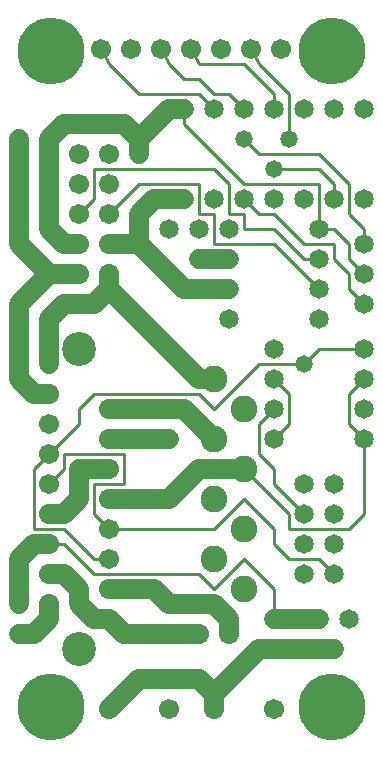
<source format=gbl>
%MOIN*%
%FSLAX25Y25*%
G04 D10 used for Character Trace; *
G04     Circle (OD=.01000) (No hole)*
G04 D11 used for Power Trace; *
G04     Circle (OD=.06500) (No hole)*
G04 D12 used for Signal Trace; *
G04     Circle (OD=.01100) (No hole)*
G04 D13 used for Via; *
G04     Circle (OD=.05800) (Round. Hole ID=.02800)*
G04 D14 used for Component hole; *
G04     Circle (OD=.06500) (Round. Hole ID=.03500)*
G04 D15 used for Component hole; *
G04     Circle (OD=.06700) (Round. Hole ID=.04300)*
G04 D16 used for Component hole; *
G04     Circle (OD=.08100) (Round. Hole ID=.05100)*
G04 D17 used for Component hole; *
G04     Circle (OD=.08900) (Round. Hole ID=.05900)*
G04 D18 used for Component hole; *
G04     Circle (OD=.11300) (Round. Hole ID=.08300)*
G04 D19 used for Component hole; *
G04     Circle (OD=.16000) (Round. Hole ID=.13000)*
G04 D20 used for Component hole; *
G04     Circle (OD=.18300) (Round. Hole ID=.15300)*
G04 D21 used for Component hole; *
G04     Circle (OD=.22291) (Round. Hole ID=.19291)*
%ADD10C,.01000*%
%ADD11C,.06500*%
%ADD12C,.01100*%
%ADD13C,.05800*%
%ADD14C,.06500*%
%ADD15C,.06700*%
%ADD16C,.08100*%
%ADD17C,.08900*%
%ADD18C,.11300*%
%ADD19C,.16000*%
%ADD20C,.18300*%
%ADD21C,.22291*%
%IPPOS*%
%LPD*%
G90*X0Y0D02*D21*X15625Y15625D03*D18*              
X25000Y35000D03*D15*X35000Y15000D03*D11*          
X45000Y25000D01*X65000D01*X70000Y20000D01*        
Y15000D01*D15*D03*D11*Y20000D02*X85000Y35000D01*  
X90000D01*D14*D03*D11*X110000D01*D14*D03*         
X115000Y45000D03*X105000D03*D11*X90000D01*D14*D03*
D12*Y55000D01*X80000Y65000D01*X70000Y55000D01*    
X65000Y60000D01*X30000D01*X20000Y70000D01*        
X15000D01*D15*D03*D11*X10000D01*X5000Y65000D01*   
Y50000D01*D14*D03*D15*X15000Y60000D03*D11*        
X20000D01*X25000Y55000D01*Y50000D01*              
X30000Y45000D01*X35000D01*X40000Y40000D01*        
X65000D01*D15*D03*D11*X55000Y50000D02*X70000D01*  
X75000Y45000D01*Y40000D01*D15*D03*D17*            
X80000Y55000D03*D11*X55000Y50000D02*              
X50000Y55000D01*X35000D01*D15*D03*Y65000D03*D12*  
X30000D01*X20000Y75000D01*X10000D01*Y95000D01*    
X15000Y100000D01*D15*D03*D12*X25000Y110000D01*    
Y115000D01*X30000Y120000D01*X65000D01*            
X70000Y115000D01*X85000Y130000D01*X100000D01*D13* 
D03*D12*X105000Y135000D01*X120000D01*D14*D03*     
Y125000D03*D12*X115000Y120000D01*Y110000D01*      
X120000Y105000D01*D14*D03*D12*Y80000D01*          
X115000Y75000D01*X95000D01*Y80000D01*             
X80000Y95000D01*D17*D03*D11*X65000D01*            
X55000Y85000D01*X35000D01*D15*D03*D12*            
X30000Y90000D02*X40000D01*X30000Y80000D02*        
Y90000D01*X35000Y75000D02*X30000Y80000D01*D15*    
X35000Y75000D03*D12*X70000D01*X80000Y85000D01*    
X90000Y75000D01*Y70000D01*X95000Y65000D01*        
X105000D01*X110000Y60000D01*D14*D03*              
X100000Y70000D03*X110000D03*X100000Y60000D03*     
X110000Y80000D03*X100000D03*D12*X90000Y90000D01*  
Y95000D01*X85000Y100000D01*Y110000D01*            
X90000Y115000D01*D14*D03*D12*Y105000D02*          
X95000Y110000D01*D14*X90000Y105000D03*D12*        
X95000Y110000D02*Y120000D01*X90000Y125000D01*D14* 
D03*D17*X80000Y115000D03*D14*X90000Y135000D03*D17*
X70000Y105000D03*D11*X60000Y115000D01*X35000D01*  
D15*D03*Y105000D03*D11*X55000D01*D13*D03*D12*     
X40000Y90000D02*Y100000D01*X20000D01*Y95000D01*   
X15000Y90000D01*D15*D03*D11*X20000Y80000D02*      
X25000Y85000D01*X15000Y80000D02*X20000D01*D15*    
X15000D03*D11*X25000Y85000D02*Y95000D01*X35000D01*
D15*D03*X15000Y110000D03*D11*X10000Y120000D02*    
X15000D01*D15*D03*D11*X10000D02*X5000Y125000D01*  
Y130000D01*D14*D03*D11*Y150000D01*                
X15000Y160000D01*X25000D01*D15*D03*               
X35000Y170000D03*D11*X45000D01*X60000Y155000D01*  
X65000D01*D14*D03*D11*X75000D01*D14*D03*          
X65000Y165000D03*D11*X75000D01*D14*D03*D12*       
X70000Y170000D02*X90000D01*X105000Y155000D01*D14* 
D03*D12*X120000Y160000D02*X115000Y165000D01*D14*  
X120000Y160000D03*D12*X115000Y165000D02*          
Y170000D01*X110000Y175000D01*X105000D01*D14*D03*  
D12*Y190000D01*X80000D01*X60000Y210000D01*        
Y215000D01*D14*D03*D11*X55000D01*X45000Y205000D01*
Y200000D01*D13*D03*D11*Y205000D02*                
X40000Y210000D01*X20000D01*X15000Y205000D01*      
Y175000D01*X20000Y170000D01*X25000D01*D15*D03*    
X35000Y160000D03*D11*Y155000D01*X65000Y125000D01* 
X70000D01*D17*D03*D14*X75000Y145000D03*D11*       
X30000Y150000D02*X35000Y155000D01*                
X20000Y150000D02*X30000D01*X15000Y145000D02*      
X20000Y150000D01*X15000Y130000D02*Y145000D01*D14* 
Y130000D03*D18*X25000Y135000D03*D11*              
X15000Y160000D02*X5000Y170000D01*Y205000D01*D13*  
D03*D15*X25000Y190000D03*Y200000D03*D12*          
Y180000D02*X30000Y185000D01*D15*X25000Y180000D03* 
D12*X30000Y185000D02*Y195000D01*X70000D01*        
X75000Y190000D01*Y180000D01*X80000D01*Y175000D01* 
X90000D01*X100000Y165000D01*X105000D01*D14*D03*   
D12*X110000D02*Y170000D01*X115000Y160000D02*      
X110000Y165000D01*X115000Y155000D02*Y160000D01*   
X120000Y150000D02*X115000Y155000D01*D14*          
X120000Y150000D03*X105000Y145000D03*D12*          
X100000Y170000D02*X110000D01*X120000Y175000D02*   
X115000Y180000D01*X120000Y170000D02*Y175000D01*   
D14*Y170000D03*D12*X115000Y180000D02*Y190000D01*  
X105000Y200000D01*X85000D01*X80000Y205000D01*D13* 
D03*X90000Y195000D03*D12*X105000D01*              
X110000Y190000D01*Y185000D01*D14*D03*X120000D03*  
X100000D03*D12*Y170000D02*X90000Y180000D01*       
X85000D01*X80000Y185000D01*D14*D03*               
X75000Y175000D03*X90000Y185000D03*X70000D03*D12*  
Y170000D02*Y180000D01*D14*X65000Y175000D03*D12*   
Y180000D02*X70000D01*X65000D02*Y190000D01*        
X45000D01*X35000Y180000D01*D15*D03*D11*           
X45000Y170000D02*Y180000D01*X50000Y185000D01*     
X60000D01*D14*D03*X55000Y175000D03*D15*           
X35000Y200000D03*Y190000D03*D14*X90000Y215000D03* 
D12*Y220000D01*X80000Y230000D01*X65000D01*        
X62500Y235000D01*D15*D03*D12*X60000Y225000D02*    
X65000D01*X70000Y220000D01*X75000D01*             
X80000Y215000D01*D14*D03*X70000D03*D12*           
X65000Y220000D01*X45000D01*X35000Y230000D01*      
X32500Y235000D01*D15*D03*X42500D03*D12*           
X60000Y225000D02*X55000Y230000D01*                
X52500Y235000D01*D15*D03*X72500D03*D12*           
X95000Y220000D02*X85000Y230000D01*                
X95000Y205000D02*Y220000D01*D13*Y205000D03*D14*   
X100000Y215000D03*X110000D03*X120000D03*D12*      
X85000Y230000D02*X82500Y235000D01*D15*D03*        
X92500D03*D21*X109375Y234375D03*X15625D03*D14*    
X120000Y115000D03*X100000Y90000D03*X110000D03*D17*
X70000Y85000D03*X80000Y75000D03*X70000Y65000D03*  
D15*X15000Y50000D03*D11*Y45000D01*X10000Y40000D01*
X5000D01*D14*D03*D15*X55000Y15000D03*X90000D03*   
D21*X109375Y15625D03*M02*                         

</source>
